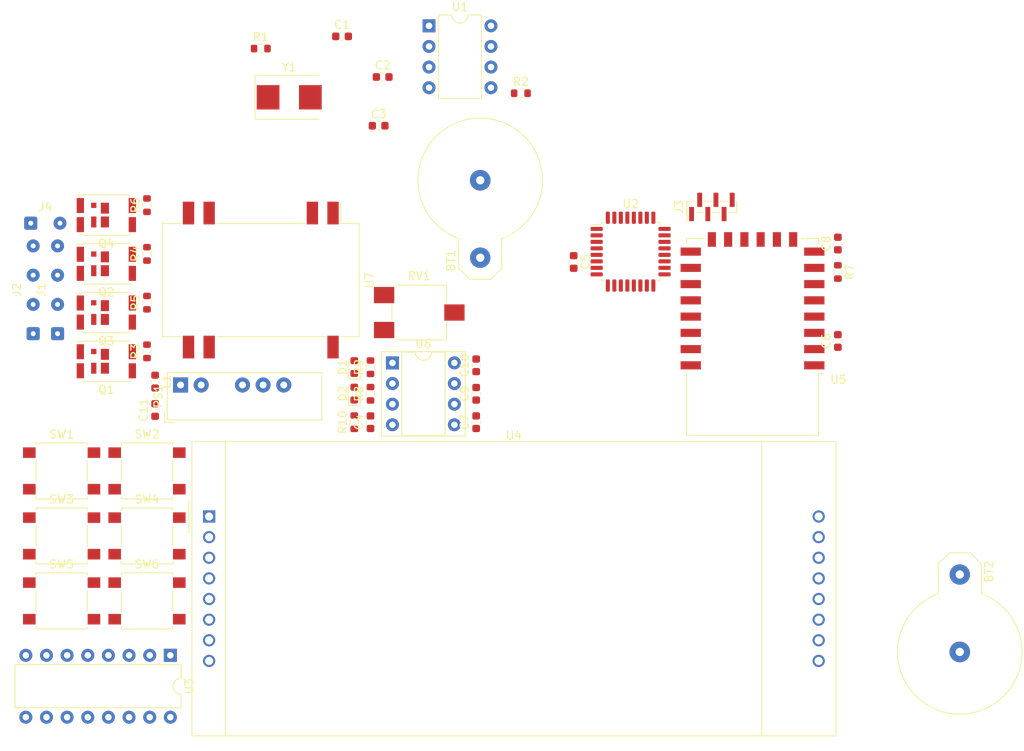
<source format=kicad_pcb>
(kicad_pcb (version 20211014) (generator pcbnew)
  (layers (0 "F.Cu" signal) (31 "B.Cu" signal) (34 "B.Paste" user) (35 "F.Paste" user) (36 "B.SilkS" user "B.Silkscreen") (37 "F.SilkS" user "F.Silkscreen") (38 "B.Mask" user) (39 "F.Mask" user) (44 "Edge.Cuts" user))
  (net 0 "")
  (net 1 "Net-(BT1-Pad1)")
  (net 2 "GND")
  (net 3 "Net-(BT2-Pad1)")
  (net 4 "Net-(BT2-Pad2)")
  (net 5 "Net-(C1-Pad1)")
  (net 6 "Net-(C2-Pad1)")
  (net 7 "+5V")
  (net 8 "+3.3V")
  (net 9 "/Sensors/Aout")
  (net 10 "/Sensors/GND")
  (net 11 "Net-(C10-Pad1)")
  (net 12 "/Power supply/5V Output")
  (net 13 "Net-(C11-Pad2)")
  (net 14 "Net-(D1-Pad1)")
  (net 15 "/Sensors/VCC")
  (net 16 "Net-(D2-Pad2)")
  (net 17 "/V1")
  (net 18 "/SWCLK")
  (net 19 "/SWDIO")
  (net 20 "/NRST")
  (net 22 "Net-(L1-Pad2)")
  (net 24 "/Power supply/3.3V Output")
  (net 25 "Net-(Q1-Pad2)")
  (net 26 "+24V")
  (net 27 "/V3")
  (net 28 "Net-(Q2-Pad2)")
  (net 29 "/V2")
  (net 30 "Net-(Q3-Pad2)")
  (net 31 "/V4")
  (net 32 "Net-(Q4-Pad2)")
  (net 33 "/I2C2_SCL")
  (net 34 "/Q1")
  (net 35 "/Q3")
  (net 36 "/Q2")
  (net 37 "/Q4")
  (net 38 "/I2C2_SDA")
  (net 39 "/Sensors/Dout")
  (net 40 "/SW6")
  (net 42 "/ADC_IN1")
  (net 46 "/USART2_TX")
  (net 47 "/USART2_RX")
  (net 48 "/ADC1_IN4")
  (net 49 "/I2C1_SCL")
  (net 54 "/GPIO_Input")
  (net 55 "/I2C1_SDA")
  (net 56 "/SW1")
  (net 58 "/SW2")
  (net 59 "/SW3")
  (net 60 "/SW4")
  (net 61 "/SW5")
  (net 66 "Net-(U3-Pad4)")
  (net 67 "Net-(U3-Pad5)")
  (net 68 "Net-(U3-Pad6)")
  (net 69 "Net-(U3-Pad7)")
  (net 70 "Net-(U3-Pad9)")
  (net 71 "Net-(U3-Pad10)")
  (net 72 "Net-(U3-Pad11)")
  (net 73 "Net-(U3-Pad12)")
  (footprint "Resistor_SMD:R_0603_1608Metric" (layer "F.Cu") (at 81 94.78 90)
    (fp_text reference "R3" (at 0 -1.43 90) (layer "F.SilkS"))
    (fp_text value "10k")
    (pad "1" smd roundrect (at -0.825 0 90) (size 0.8 0.95) (layers "F.Cu" "F.Paste" "F.Mask") (net 25 "Net-(Q1-Pad2)"))
    (pad "2" smd roundrect (at 0.825 0 90) (size 0.8 0.95) (layers "F.Cu" "F.Paste" "F.Mask") (net 34 "/Q1"))
  )
  (footprint "Package_DirectFET:DirectFET_MD" (layer "F.Cu") (at 76 84)
    (fp_text reference "Q2" (at 0 3.5) (layer "F.SilkS"))
    (fp_text value "Valve 3 power")
    (pad "1" smd rect (at -3.2 1.175) (size 0.9 1.85) (layers "F.Cu" "F.Paste" "F.Mask") (net 27 "/V3"))
    (pad "1" smd rect (at 3.2 -1.175) (size 0.9 1.85) (layers "F.Cu" "F.Paste" "F.Mask") (net 27 "/V3"))
    (pad "1" smd rect (at 3.2 1.175) (size 0.9 1.85) (layers "F.Cu" "F.Paste" "F.Mask") (net 27 "/V3"))
    (pad "1" smd rect (at -3.2 -1.175) (size 0.9 1.85) (layers "F.Cu" "F.Paste" "F.Mask") (net 27 "/V3"))
    (pad "2" smd rect (at -1.55 -1.2) (size 0.65 0.65) (layers "F.Cu" "F.Paste" "F.Mask") (net 28 "Net-(Q2-Pad2)"))
    (pad "3" smd rect (at -0.175 0.85) (size 1 1.35) (layers "F.Cu" "F.Paste" "F.Mask") (net 26 "+24V"))
    (pad "3" smd rect (at -1.55 0.85) (size 0.65 1.35) (layers "F.Cu" "F.Paste" "F.Mask") (net 26 "+24V"))
    (pad "3" smd rect (at -0.175 -0.85) (size 1 1.35) (layers "F.Cu" "F.Paste" "F.Mask") (net 26 "+24V"))
  )
  (footprint "Package_DIP:DIP-8_W7.62mm" (layer "F.Cu") (at 115.7 54.7)
    (fp_text reference "U1" (at 3.81 -2.33) (layer "F.SilkS"))
    (fp_text value "DS1307N+")
    (pad "1" thru_hole rect (at 0 0) (size 1.6 1.6) (drill 0.8) (layers *.Cu *.Mask) (net 5 "Net-(C1-Pad1)"))
    (pad "2" thru_hole oval (at 0 2.54) (size 1.6 1.6) (drill 0.8) (layers *.Cu *.Mask) (net 6 "Net-(C2-Pad1)"))
    (pad "3" thru_hole oval (at 0 5.08) (size 1.6 1.6) (drill 0.8) (layers *.Cu *.Mask) (net 1 "Net-(BT1-Pad1)"))
    (pad "4" thru_hole oval (at 0 7.62) (size 1.6 1.6) (drill 0.8) (layers *.Cu *.Mask) (net 2 "GND"))
    (pad "5" thru_hole oval (at 7.62 7.62) (size 1.6 1.6) (drill 0.8) (layers *.Cu *.Mask) (net 38 "/I2C2_SDA"))
    (pad "6" thru_hole oval (at 7.62 5.08) (size 1.6 1.6) (drill 0.8) (layers *.Cu *.Mask) (net 33 "/I2C2_SCL"))
    (pad "7" thru_hole oval (at 7.62 2.54) (size 1.6 1.6) (drill 0.8) (layers *.Cu *.Mask))
    (pad "8" thru_hole oval (at 7.62 0) (size 1.6 1.6) (drill 0.8) (layers *.Cu *.Mask) (net 7 "+5V"))
  )
  (footprint "Potentiometer_SMD:Potentiometer_ACP_CA6-VSMD_Vertical" (layer "F.Cu") (at 114.5 90)
    (fp_text reference "RV1" (at 0 -4.5) (layer "F.SilkS"))
    (fp_text value "10k")
    (pad "1" smd rect (at -4.325 2.15) (size 2.5 2) (layers "F.Cu" "F.Paste" "F.Mask") (net 15 "/Sensors/VCC"))
    (pad "2" smd rect (at 4.325 0) (size 2.5 2) (layers "F.Cu" "F.Paste" "F.Mask") (net 11 "Net-(C10-Pad1)"))
    (pad "3" smd rect (at -4.325 -2.15) (size 2.5 2) (layers "F.Cu" "F.Paste" "F.Mask") (net 10 "/Sensors/GND"))
  )
  (footprint "Battery:BatteryHolder_Keystone_500" (layer "F.Cu") (at 181 122.253395 -90)
    (fp_text reference "BT2" (at -0.35 -3.6 90) (layer "F.SilkS"))
    (fp_text value "3V")
    (pad "1" thru_hole circle (at 0 0 270) (size 2.5 2.5) (drill 1.02) (layers *.Cu *.Mask) (net 3 "Net-(BT2-Pad1)"))
    (pad "2" thru_hole circle (at 9.53 0 270) (size 2.54 2.54) (drill 1.02) (layers *.Cu *.Mask) (net 4 "Net-(BT2-Pad2)"))
  )
  (footprint "Capacitor_SMD:C_0603_1608Metric" (layer "F.Cu") (at 166 93.5 90)
    (fp_text reference "C6" (at 0 -1.43 90) (layer "F.SilkS"))
    (fp_text value "100nF")
    (pad "1" smd roundrect (at -0.775 0 90) (size 0.9 0.95) (layers "F.Cu" "F.Paste" "F.Mask") (net 8 "+3.3V"))
    (pad "2" smd roundrect (at 0.775 0 90) (size 0.9 0.95) (layers "F.Cu" "F.Paste" "F.Mask") (net 2 "GND"))
  )
  (footprint "Package_DIP:DIP-16_W7.62mm" (layer "F.Cu") (at 83.875 132.2 -90)
    (fp_text reference "U3" (at 3.81 -2.33 90) (layer "F.SilkS"))
    (fp_text value "PCF8574")
    (pad "1" thru_hole rect (at 0 0 270) (size 1.6 1.6) (drill 0.8) (layers *.Cu *.Mask))
    (pad "2" thru_hole oval (at 0 2.54 270) (size 1.6 1.6) (drill 0.8) (layers *.Cu *.Mask))
    (pad "3" thru_hole oval (at 0 5.08 270) (size 1.6 1.6) (drill 0.8) (layers *.Cu *.Mask))
    (pad "4" thru_hole oval (at 0 7.62 270) (size 1.6 1.6) (drill 0.8) (layers *.Cu *.Mask) (net 66 "Net-(U3-Pad4)"))
    (pad "5" thru_hole oval (at 0 10.16 270) (size 1.6 1.6) (drill 0.8) (layers *.Cu *.Mask) (net 67 "Net-(U3-Pad5)"))
    (pad "6" thru_hole oval (at 0 12.7 270) (size 1.6 1.6) (drill 0.8) (layers *.Cu *.Mask) (net 68 "Net-(U3-Pad6)"))
    (pad "7" thru_hole oval (at 0 15.24 270) (size 1.6 1.6) (drill 0.8) (layers *.Cu *.Mask) (net 69 "Net-(U3-Pad7)"))
    (pad "8" thru_hole oval (at 0 17.78 270) (size 1.6 1.6) (drill 0.8) (layers *.Cu *.Mask) (net 2 "GND"))
    (pad "9" thru_hole oval (at 7.62 17.78 270) (size 1.6 1.6) (drill 0.8) (layers *.Cu *.Mask) (net 70 "Net-(U3-Pad9)"))
    (pad "10" thru_hole oval (at 7.62 15.24 270) (size 1.6 1.6) (drill 0.8) (layers *.Cu *.Mask) (net 71 "Net-(U3-Pad10)"))
    (pad "11" thru_hole oval (at 7.62 12.7 270) (size 1.6 1.6) (drill 0.8) (layers *.Cu *.Mask) (net 72 "Net-(U3-Pad11)"))
    (pad "12" thru_hole oval (at 7.62 10.16 270) (size 1.6 1.6) (drill 0.8) (layers *.Cu *.Mask) (net 73 "Net-(U3-Pad12)"))
    (pad "13" thru_hole oval (at 7.62 7.62 270) (size 1.6 1.6) (drill 0.8) (layers *.Cu *.Mask))
    (pad "14" thru_hole oval (at 7.62 5.08 270) (size 1.6 1.6) (drill 0.8) (layers *.Cu *.Mask) (net 49 "/I2C1_SCL"))
    (pad "15" thru_hole oval (at 7.62 2.54 270) (size 1.6 1.6) (drill 0.8) (layers *.Cu *.Mask) (net 55 "/I2C1_SDA"))
    (pad "16" thru_hole oval (at 7.62 0 270) (size 1.6 1.6) (drill 0.8) (layers *.Cu *.Mask) (net 8 "+3.3V"))
  )
  (footprint "Resistor_SMD:R_0603_1608Metric" (layer "F.Cu") (at 95 57.5)
    (fp_text reference "R1" (at 0 -1.43) (layer "F.SilkS"))
    (fp_text value "3k")
    (pad "1" smd roundrect (at -0.825 0) (size 0.8 0.95) (layers "F.Cu" "F.Paste" "F.Mask") (net 7 "+5V"))
    (pad "2" smd roundrect (at 0.825 0) (size 0.8 0.95) (layers "F.Cu" "F.Paste" "F.Mask") (net 33 "/I2C2_SCL"))
  )
  (footprint "Resistor_SMD:R_0603_1608Metric" (layer "F.Cu") (at 106.5 103.5 90)
    (fp_text reference "R10" (at 0 -1.43 90) (layer "F.SilkS"))
    (fp_text value "1k")
    (pad "1" smd roundrect (at -0.825 0 90) (size 0.8 0.95) (layers "F.Cu" "F.Paste" "F.Mask") (net 15 "/Sensors/VCC"))
    (pad "2" smd roundrect (at 0.825 0 90) (size 0.8 0.95) (layers "F.Cu" "F.Paste" "F.Mask") (net 16 "Net-(D2-Pad2)"))
  )
  (footprint "Capacitor_SMD:C_0603_1608Metric" (layer "F.Cu") (at 121.5 100 90)
    (fp_text reference "C9" (at 0 -1.43 90) (layer "F.SilkS"))
    (fp_text value "104")
    (pad "1" smd roundrect (at -0.775 0 90) (size 0.9 0.95) (layers "F.Cu" "F.Paste" "F.Mask") (net 9 "/Sensors/Aout"))
    (pad "2" smd roundrect (at 0.775 0 90) (size 0.9 0.95) (layers "F.Cu" "F.Paste" "F.Mask") (net 10 "/Sensors/GND"))
  )
  (footprint "LED_SMD:LED_0603_1608Metric" (layer "F.Cu") (at 106.5 99.98 90)
    (fp_text reference "D2" (at 0 -1.43 90) (layer "F.SilkS"))
    (fp_text value "Power LED")
    (pad "1" smd roundrect (at -0.7875 0 90) (size 0.875 0.95) (layers "F.Cu" "F.Paste" "F.Mask") (net 10 "/Sensors/GND"))
    (pad "2" smd roundrect (at 0.7875 0 90) (size 0.875 0.95) (layers "F.Cu" "F.Paste" "F.Mask") (net 16 "Net-(D2-Pad2)"))
  )
  (footprint "Connector_PinHeader_1.00mm:PinHeader_1x06_P1.00mm_Vertical_SMD_Pin1Left" (layer "F.Cu") (at 150.5 77 90)
    (fp_text reference "J3" (at 0 -4.06 90) (layer "F.SilkS"))
    (fp_text value "Conn_01x06")
    (pad "1" smd rect (at -0.875 -2.5 90) (size 1.75 0.6) (layers "F.Cu" "F.Paste" "F.Mask") (net 8 "+3.3V"))
    (pad "2" smd rect (at 0.875 -1.5 90) (size 1.75 0.6) (layers "F.Cu" "F.Paste" "F.Mask") (net 18 "/SWCLK"))
    (pad "3" smd rect (at -0.875 -0.5 90) (size 1.75 0.6) (layers "F.Cu" "F.Paste" "F.Mask") (net 2 "GND"))
    (pad "4" smd rect (at 0.875 0.5 90) (size 1.75 0.6) (layers "F.Cu" "F.Paste" "F.Mask") (net 19 "/SWDIO"))
    (pad "5" smd rect (at -0.875 1.5 90) (size 1.75 0.6) (layers "F.Cu" "F.Paste" "F.Mask") (net 20 "/NRST"))
    (pad "6" smd rect (at 0.875 2.5 90) (size 1.75 0.6) (layers "F.Cu" "F.Paste" "F.Mask"))
  )
  (footprint "Resistor_SMD:R_0603_1608Metric" (layer "F.Cu") (at 108.5 100 90)
    (fp_text reference "R8" (at 0 -1.43 90) (layer "F.SilkS"))
    (fp_text value "10k")
    (pad "1" smd roundrect (at -0.825 0 90) (size 0.8 0.95) (layers "F.Cu" "F.Paste" "F.Mask") (net 15 "/Sensors/VCC"))
    (pad "2" smd roundrect (at 0.825 0 90) (size 0.8 0.95) (layers "F.Cu" "F.Paste" "F.Mask") (net 9 "/Sensors/Aout"))
  )
  (footprint "Capacitor_SMD:C_0603_1608Metric" (layer "F.Cu") (at 121.5 96.5 90)
    (fp_text reference "C10" (at 0 -1.43 90) (layer "F.SilkS"))
    (fp_text value "104")
    (pad "1" smd roundrect (at -0.775 0 90) (size 0.9 0.95) (layers "F.Cu" "F.Paste" "F.Mask") (net 11 "Net-(C10-Pad1)"))
    (pad "2" smd roundrect (at 0.775 0 90) (size 0.9 0.95) (layers "F.Cu" "F.Paste" "F.Mask") (net 10 "/Sensors/GND"))
  )
  (footprint "Capacitor_SMD:C_0603_1608Metric" (layer "F.Cu") (at 109.5 67)
    (fp_text reference "C3" (at 0 -1.43) (layer "F.SilkS"))
    (fp_text value "100nF")
    (pad "1" smd roundrect (at -0.775 0) (size 0.9 0.95) (layers "F.Cu" "F.Paste" "F.Mask") (net 7 "+5V"))
    (pad "2" smd roundrect (at 0.775 0) (size 0.9 0.95) (layers "F.Cu" "F.Paste" "F.Mask") (net 2 "GND"))
  )
  (footprint "Resistor_SMD:R_0603_1608Metric" (layer "F.Cu") (at 166 85 -90)
    (fp_text reference "R7" (at 0 -1.43 90) (layer "F.SilkS"))
    (fp_text value "100k")
    (pad "1" smd roundrect (at -0.825 0 270) (size 0.8 0.95) (layers "F.Cu" "F.Paste" "F.Mask") (net 8 "+3.3V"))
    (pad "2" smd roundrect (at 0.825 0 270) (size 0.8 0.95) (layers "F.Cu" "F.Paste" "F.Mask") (net 8 "+3.3V"))
  )
  (footprint "Resistor_SMD:R_0603_1608Metric" (layer "F.Cu") (at 108.5 96.7325 90)
    (fp_text reference "R9" (at 0 -1.43 90) (layer "F.SilkS"))
    (fp_text value "1k")
    (pad "1" smd roundrect (at -0.825 0 90) (size 0.8 0.95) (layers "F.Cu" "F.Paste" "F.Mask") (net 14 "Net-(D1-Pad1)"))
    (pad "2" smd roundrect (at 0.825 0 90) (size 0.8 0.95) (layers "F.Cu" "F.Paste" "F.Mask") (net 39 "/Sensors/Dout"))
  )
  (footprint "Inductor_SMD:L_0603_1608Metric" (layer "F.Cu") (at 82 98.5 -90)
    (fp_text reference "L1" (at 0 -1.43 90) (layer "F.SilkS"))
    (fp_text value "18uH")
    (pad "1" smd roundrect (at -0.7875 0 270) (size 0.875 0.95) (layers "F.Cu" "F.Paste" "F.Mask") (net 12 "/Power supply/5V Output"))
    (pad "2" smd roundrect (at 0.7875 0 270) (size 0.875 0.95) (layers "F.Cu" "F.Paste" "F.Mask") (net 22 "Net-(L1-Pad2)"))
  )
  (footprint "Package_QFP:LQFP-32_7x7mm_P0.8mm" (layer "F.Cu") (at 140.5 82.5)
    (fp_text reference "U2" (at 0 -5.88) (layer "F.SilkS"))
    (fp_text value "STM32G071KxT")
    (pad "1" smd roundrect (at -4.175 -2.8) (size 1.5 0.5) (layers "F.Cu" "F.Paste" "F.Mask") (net 40 "/SW6"))
    (pad "2" smd roundrect (at -4.175 -2) (size 1.5 0.5) (layers "F.Cu" "F.Paste" "F.Mask"))
    (pad "3" smd roundrect (at -4.175 -1.2) (size 1.5 0.5) (layers "F.Cu" "F.Paste" "F.Mask"))
    (pad "4" smd roundrect (at -4.175 -0.4) (size 1.5 0.5) (layers "F.Cu" "F.Paste" "F.Mask") (net 8 "+3.3V"))
    (pad "5" smd roundrect (at -4.175 0.4) (size 1.5 0.5) (layers "F.Cu" "F.Paste" "F.Mask") (net 2 "GND"))
    (pad "6" smd roundrect (at -4.175 1.2) (size 1.5 0.5) (layers "F.Cu" "F.Paste" "F.Mask") (net 20 "/NRST"))
    (pad "7" smd roundrect (at -4.175 2) (size 1.5 0.5) (layers "F.Cu" "F.Paste" "F.Mask"))
    (pad "8" smd roundrect (at -4.175 2.8) (size 1.5 0.5) (layers "F.Cu" "F.Paste" "F.Mask") (net 42 "/ADC_IN1"))
    (pad "9" smd roundrect (at -2.8 4.175) (size 0.5 1.5) (layers "F.Cu" "F.Paste" "F.Mask") (net 46 "/USART2_TX"))
    (pad "10" smd roundrect (at -2 4.175) (size 0.5 1.5) (layers "F.Cu" "F.Paste" "F.Mask") (net 47 "/USART2_RX"))
    (pad "11" smd roundrect (at -1.2 4.175) (size 0.5 1.5) (layers "F.Cu" "F.Paste" "F.Mask") (net 48 "/ADC1_IN4"))
    (pad "12" smd roundrect (at -0.4 4.175) (size 0.5 1.5) (layers "F.Cu" "F.Paste" "F.Mask"))
    (pad "13" smd roundrect (at 0.4 4.175) (size 0.5 1.5) (layers "F.Cu" "F.Paste" "F.Mask"))
    (pad "14" smd roundrect (at 1.2 4.175) (size 0.5 1.5) (layers "F.Cu" "F.Paste" "F.Mask"))
    (pad "15" smd roundrect (at 2 4.175) (size 0.5 1.5) (layers "F.Cu" "F.Paste" "F.Mask") (net 34 "/Q1"))
    (pad "16" smd roundrect (at 2.8 4.175) (size 0.5 1.5) (layers "F.Cu" "F.Paste" "F.Mask") (net 36 "/Q2"))
    (pad "17" smd roundrect (at 4.175 2.8) (size 1.5 0.5) (layers "F.Cu" "F.Paste" "F.Mask") (net 35 "/Q3"))
    (pad "18" smd roundrect (at 4.175 2) (size 1.5 0.5) (layers "F.Cu" "F.Paste" "F.Mask"))
    (pad "19" smd roundrect (at 4.175 1.2) (size 1.5 0.5) (layers "F.Cu" "F.Paste" "F.Mask") (net 49 "/I2C1_SCL"))
    (pad "20" smd roundrect (at 4.175 0.4) (size 1.5 0.5) (layers "F.Cu" "F.Paste" "F.Mask") (net 54 "/GPIO_Input"))
    (pad "21" smd roundrect (at 4.175 -0.4) (size 1.5 0.5) (layers "F.Cu" "F.Paste" "F.Mask") (net 55 "/I2C1_SDA"))
    (pad "22" smd roundrect (at 4.175 -1.2) (size 1.5 0.5) (layers "F.Cu" "F.Paste" "F.Mask") (net 33 "/I2C2_SCL"))
    (pad "23" smd roundrect (at 4.175 -2) (size 1.5 0.5) (layers "F.Cu" "F.Paste" "F.Mask") (net 38 "/I2C2_SDA"))
    (pad "24" smd roundrect (at 4.175 -2.8) (size 1.5 0.5) (layers "F.Cu" "F.Paste" "F.Mask") (net 19 "/SWDIO"))
    (pad "25" smd roundrect (at 2.8 -4.175) (size 0.5 1.5) (layers "F.Cu" "F.Paste" "F.Mask") (net 18 "/SWCLK"))
    (pad "26" smd roundrect (at 2 -4.175) (size 0.5 1.5) (layers "F.Cu" "F.Paste" "F.Mask"))
    (pad "27" smd roundrect (at 1.2 -4.175) (size 0.5 1.5) (layers "F.Cu" "F.Paste" "F.Mask") (net 37 "/Q4"))
    (pad "28" smd roundrect (at 0.4 -4.175) (size 0.5 1.5) (layers "F.Cu" "F.Paste" "F.Mask") (net 56 "/SW1"))
    (pad "29" smd roundrect (at -0.4 -4.175) (size 0.5 1.5) (layers "F.Cu" "F.Paste" "F.Mask") (net 58 "/SW2"))
    (pad "30" smd roundrect (at -1.2 -4.175) (size 0.5 1.5) (layers "F.Cu" "F.Paste" "F.Mask") (net 59 "/SW3"))
    (pad "31" smd roundrect (at -2 -4.175) (size 0.5 1.5) (layers "F.Cu" "F.Paste" "F.Mask") (net 60 "/SW4"))
    (pad "32" smd roundrect (at -2.8 -4.175) (size 0.5 1.5) (layers "F.Cu" "F.Paste" "F.Mask") (net 61 "/SW5"))
  )
  (footprint "Button_Switch_SMD:SW_SPST_B3S-1000" (layer "F.Cu") (at 70.5 125.5)
    (fp_text reference "SW5" (at 0 -4.5) (layer "F.SilkS"))
    (fp_text value "SW_MEC_5E")
    (pad "1" smd rect (at -3.975 -2.25) (size 1.55 1.3) (layers "F.Cu" "F.Paste" "F.Mask") (net 61 "/SW5"))
    (pad "2" smd rect (at -3.975 2.25) (size 1.55 1.3) (layers "F.Cu" "F.Paste" "F.Mask"))
    (pad "3" smd rect (at 3.975 -2.25) (size 1.55 1.3) (layers "F.Cu" "F.Paste" "F.Mask") (net 2 "GND"))
    (pad "4" smd rect (at 3.975 2.25) (size 1.55 1.3) (layers "F.Cu" "F.Paste" "F.Mask"))
  )
  (footprint "Button_Switch_SMD:SW_SPST_B3S-1000" (layer "F.Cu") (at 81 125.5)
    (fp_text reference "SW6" (at 0 -4.5) (layer "F.SilkS"))
    (fp_text value "SW_MEC_5E")
    (pad "1" smd rect (at -3.975 -2.25) (size 1.55 1.3) (layers "F.Cu" "F.Paste" "F.Mask") (net 40 "/SW6"))
    (pad "2" smd rect (at -3.975 2.25) (size 1.55 1.3) (layers "F.Cu" "F.Paste" "F.Mask"))
    (pad "3" smd rect (at 3.975 -2.25) (size 1.55 1.3) (layers "F.Cu" "F.Paste" "F.Mask") (net 2 "GND"))
    (pad "4" smd rect (at 3.975 2.25) (size 1.55 1.3) (layers "F.Cu" "F.Paste" "F.Mask"))
  )
  (footprint "Capacitor_SMD:C_0603_1608Metric" (layer "F.Cu") (at 82 102 90)
    (fp_text reference "C11" (at 0 -1.43 90) (layer "F.SilkS"))
    (fp_text value "2.2uF")
    (pad "1" smd roundrect (at -0.775 0 90) (size 0.9 0.95) (layers "F.Cu" "F.Paste" "F.Mask") (net 12 "/Power supply/5V Output"))
    (pad "2" smd roundrect (at 0.775 0 90) (size 0.9 0.95) (layers "F.Cu" "F.Paste" "F.Mask") (net 13 "Net-(C11-Pad2)"))
  )
  (footprint "Connector_Wire:SolderWire-0.1sqmm_1x04_P3.6mm_D0.4mm_OD1mm" (layer "F.Cu") (at 67 92.6 90)
    (fp_text reference "J2" (at 5.4 -2 90) (layer "F.SilkS"))
    (fp_text value "Valve output ground")
    (pad "1" thru_hole roundrect (at 0 0 90) (size 1.6 1.6) (drill 0.6) (layers *.Cu *.Mask) (roundrect_rratio 0.15625) (net 2 "GND"))
    (pad "2" thru_hole circle (at 3.6 0 90) (size 1.6 1.6) (drill 0.6) (layers *.Cu *.Mask) (net 2 "GND"))
    (pad "3" thru_hole circle (at 7.2 0 90) (size 1.6 1.6) (drill 0.6) (layers *.Cu *.Mask) (net 2 "GND"))
    (pad "4" thru_hole circle (at 10.8 0 90) (size 1.6 1.6) (drill 0.6) (layers *.Cu *.Mask) (net 2 "GND"))
  )
  (footprint "RF_Module:ESP-12E" (layer "F.Cu") (at 155.5 93 180)
    (fp_text reference "U5" (at -10.56 -5.26) (layer "F.SilkS"))
    (fp_text value "ESP-12E")
    (pad "1" smd rect (at -7.6 -3.5 180) (size 2.5 1) (layers "F.Cu" "F.Paste" "F.Mask") (net 8 "+3.3V"))
    (pad "2" smd rect (at -7.6 -1.5 180) (size 2.5 1) (layers "F.Cu" "F.Paste" "F.Mask") (net 48 "/ADC1_IN4"))
    (pad "3" smd rect (at -7.6 0.5 180) (size 2.5 1) (layers "F.Cu" "F.Paste" "F.Mask"))
    (pad "4" smd rect (at -7.6 2.5 180) (size 2.5 1) (layers "F.Cu" "F.Paste" "F.Mask"))
    (pad "5" smd rect (at -7.6 4.5 180) (size 2.5 1) (layers "F.Cu" "F.Paste" "F.Mask"))
    (pad "6" smd rect (at -7.6 6.5 180) (size 2.5 1) (layers "F.Cu" "F.Paste" "F.Mask"))
    (pad "7" smd rect (at -7.6 8.5 180) (size 2.5 1) (layers "F.Cu" "F.Paste" "F.Mask"))
    (pad "8" smd rect (at -7.6 10.5 180) (size 2.5 1) (layers "F.Cu" "F.Paste" "F.Mask") (net 8 "+3.3V"))
    (pad "9" smd rect (at -5 12 180) (size 1 1.8) (layers "F.Cu" "F.Paste" "F.Mask"))
    (pad "10" smd rect (at -3 12 180) (size 1 1.8) (layers "F.Cu" "F.Paste" "F.Mask"))
    (pad "11" smd rect (at -1 12 180) (size 1 1.8) (layers "F.Cu" "F.Paste" "F.Mask"))
    (pad "12" smd rect (at 1 12 180) (size 1 1.8) (layers "F.Cu" "F.Paste" "F.Mask"))
    (pad "13" smd rect (at 3 12 180) (size 1 1.8) (layers "F.Cu" "F.Paste" "F.Mask"))
    (pad "14" smd rect (at 5 12 180) (size 1 1.8) (layers "F.Cu" "F.Paste" "F.Mask"))
    (pad "15" smd rect (at 7.6 10.5 180) (size 2.5 1) (layers "F.Cu" "F.Paste" "F.Mask") (net 2 "GND"))
    (pad "16" smd rect (at 7.6 8.5 180) (size 2.5 1) (layers "F.Cu" "F.Paste" "F.Mask"))
    (pad "17" smd rect (at 7.6 6.5 180) (size 2.5 1) (layers "F.Cu" "F.Paste" "F.Mask"))
    (pad "18" smd rect (at 7.6 4.5 180) (size 2.5 1) (layers "F.Cu" "F.Paste" "F.Mask"))
    (pad "19" smd rect (at 7.6 2.5 180) (size 2.5 1) (layers "F.Cu" "F.Paste" "F.Mask"))
    (pad "20" smd rect (at 7.6 0.5 180) (size 2.5 1) (layers "F.Cu" "F.Paste" "F.Mask"))
    (pad "21" smd rect (at 7.6 -1.5 180) (size 2.5 1) (layers "F.Cu" "F.Paste" "F.Mask") (net 47 "/USART2_RX"))
    (pad "22" smd rect (at 7.6 -3.5 180) (size 2.5 1) (layers "F.Cu" "F.Paste" "F.Mask") (net 46 "/USART2_TX"))
  )
  (footprint "Battery:BatteryHolder_Keystone_500" (layer "F.Cu") (at 122 83.246605 90)
    (fp_text reference "BT1" (at -0.35 -3.6 90) (layer "F.SilkS"))
    (fp_text value "3V")
    (pad "1" thru_hole circle (at 0 0 90) (size 2.5 2.5) (drill 1.02) (layers *.Cu *.Mask) (net 1 "Net-(BT1-Pad1)"))
    (pad "2" thru_hole circle (at 9.53 0 90) (size 2.54 2.54) (drill 1.02) (layers *.Cu *.Mask) (net 2 "GND"))
  )
  (footprint "Converter_DCDC:Converter_DCDC_XP_POWER-IAxxxxS_THT" (layer "F.Cu") (at 85.13 98.92 90)
    (fp_text reference "PS1" (at -1.39 -2.73 90) (layer "F.SilkS"))
    (fp_text value "IA0503S")
    (pad "1" thru_hole rect (at 0 0 90) (size 1.85 1.85) (drill 0.85) (layers *.Cu *.Mask) (net 22 "Net-(L1-Pad2)"))
    (pad "2" thru_hole circle (at 0 2.54 90) (size 1.85 1.85) (drill 0.85) (layers *.Cu *.Mask) (net 13 "Net-(C11-Pad2)"))
    (pad "4" thru_hole circle (at 0 7.62 90) (size 1.85 1.85) (drill 0.85) (layers *.Cu *.Mask) (net 2 "GND"))
    (pad "5" thru_hole circle (at 0 10.16 90) (size 1.85 1.85) (drill 0.85) (layers *.Cu *.Mask))
    (pad "6" thru_hole circle (at 0 12.7 90) (size 1.85 1.85) (drill 0.85) (layers *.Cu *.Mask) (net 24 "/Power supply/3.3V Output"))
  )
  (footprint "Package_DirectFET:DirectFET_MD" (layer "F.Cu") (at 76 96)
    (fp_text reference "Q1" (at 0 3.5) (layer "F.SilkS"))
    (fp_text value "Valve 1 power")
    (pad "1" smd rect (at -3.2 -1.175) (size 0.9 1.85) (layers "F.Cu" "F.Paste" "F.Mask") (net 17 "/V1"))
    (pad "1" smd rect (at -3.2 1.175) (size 0.9 1.85) (layers "F.Cu" "F.Paste" "F.Mask") (net 17 "/V1"))
    (pad "1" smd rect (at 3.2 1.175) (size 0.9 1.85) (layers "F.Cu" "F.Paste" "F.Mask") (net 17 "/V1"))
    (pad "1" smd rect (at 3.2 -1.175) (size 0.9 1.85) (layers "F.Cu" "F.Paste" "F.Mask") (net 17 "/V1"))
    (pad "2" smd rect (at -1.55 -1.2) (size 0.65 0.65) (layers "F.Cu" "F.Paste" "F.Mask") (net 25 "Net-(Q1-Pad2)"))
    (pad "3" smd rect (at -0.175 0.85) (size 1 1.35) (layers "F.Cu" "F.Paste" "F.Mask") (net 26 "+24V"))
    (pad "3" smd rect (at -0.175 -0.85) (size 1 1.35) (layers "F.Cu" "F.Paste" "F.Mask") (net 26 "+24V"))
    (pad "3" smd rect (at -1.55 0.85) (size 0.65 1.35) (layers "F.Cu" "F.Paste" "F.Mask") (net 26 "+24V"))
  )
  (footprint "Capacitor_SMD:C_0603_1608Metric" (layer "F.Cu") (at 105 56)
    (fp_text reference "C1" (at 0 -1.43) (layer "F.SilkS"))
    (fp_text value "12.5pF")
    (pad "1" smd roundrect (at -0.775 0) (size 0.9 0.95) (layers "F.Cu" "F.Paste" "F.Mask") (net 5 "Net-(C1-Pad1)"))
    (pad "2" smd roundrect (at 0.775 0) (size 0.9 0.95) (layers "F.Cu" "F.Paste" "F.Mask") (net 2 "GND"))
  )
  (footprint "Button_Switch_SMD:SW_SPST_B3S-1000" (layer "F.Cu") (at 70.5 109.5)
    (fp_text reference "SW1" (at 0 -4.5) (layer "F.SilkS"))
    (fp_text value "SW_MEC_5E")
    (pad "1" smd rect (at -3.975 -2.25) (size 1.55 1.3) (layers "F.Cu" "F.Paste" "F.Mask") (net 56 "/SW1"))
    (pad "2" smd rect (at -3.975 2.25) (size 1.55 1.3) (layers "F.Cu" "F.Paste" "F.Mask"))
    (pad "3" smd rect (at 3.975 -2.25) (size 1.55 1.3) (layers "F.Cu" "F.Paste" "F.Mask") (net 2 "GND"))
    (pad "4" smd rect (at 3.975 2.25) (size 1.55 1.3) (layers "F.Cu" "F.Paste" "F.Mask"))
  )
  (footprint "Capacitor_SMD:C_0603_1608Metric" (layer "F.Cu") (at 133.5 83.775 -90)
    (fp_text reference "C5" (at 0 -1.43 90) (layer "F.SilkS"))
    (fp_text value "100nF")
    (pad "1" smd roundrect (at -0.775 0 270) (size 0.9 0.95) (layers "F.Cu" "F.Paste" "F.Mask") (net 8 "+3.3V"))
    (pad "2" smd roundrect (at 0.775 0 270) (size 0.9 0.95) (layers "F.Cu" "F.Paste" "F.Mask") (net 2 "GND"))
  )
  (footprint "Resistor_SMD:R_0603_1608Metric" (layer "F.Cu") (at 81 76.78 90)
    (fp_text reference "R6" (at 0 -1.43 90) (layer "F.SilkS"))
    (fp_text value "10k")
    (pad "1" smd roundrect (at -0.825 0 90) (size 0.8 0.95) (layers "F.Cu" "F.Paste" "F.Mask") (net 32 "Net-(Q4-Pad2)"))
    (pad "2" smd roundrect (at 0.825 0 90) (size 0.8 0.95) (layers "F.Cu" "F.Paste" "F.Mask") (net 37 "/Q4"))
  )
  (footprint "Capacitor_SMD:C_0603_1608Metric" (layer "F.Cu") (at 121.5 103.5 90)
    (fp_text reference "C7" (at 0 -1.43 90) (layer "F.SilkS"))
    (fp_text value "100nF")
    (pad "1" smd roundrect (at -0.775 0 90) (size 0.9 0.95) (layers "F.Cu" "F.Paste" "F.Mask") (net 8 "+3.3V"))
    (pad "2" smd roundrect (at 0.775 0 90) (size 0.9 0.95) (layers "F.Cu" "F.Paste" "F.Mask") (net 2 "GND"))
  )
  (footprint "Connector_Wire:SolderWire-0.1sqmm_1x02_P3.6mm_D0.4mm_OD1mm" (layer "F.Cu") (at 66.7 79)
    (fp_text reference "J4" (at 1.8 -2) (layer "F.SilkS"))
    (fp_text value "Conn_01x02")
    (pad "1" thru_hole roundrect (at 0 0) (size 1.6 1.6) (drill 0.6) (layers *.Cu *.Mask) (roundrect_rratio 0.15625) (net 10 "/Sensors/GND"))
    (pad "2" thru_hole circle (at 3.6 0) (size 1.6 1.6) (drill 0.6) (layers *.Cu *.Mask) (net 9 "/Sensors/Aout"))
  )
  (footprint "Button_Switch_SMD:SW_SPST_B3S-1000" (layer "F.Cu") (at 81 109.5)
    (fp_text reference "SW2" (at 0 -4.5) (layer "F.SilkS"))
    (fp_text value "SW_MEC_5E")
    (pad "1" smd rect (at -3.975 -2.25) (size 1.55 1.3) (layers "F.Cu" "F.Paste" "F.Mask") (net 58 "/SW2"))
    (pad "2" smd rect (at -3.975 2.25) (size 1.55 1.3) (layers "F.Cu" "F.Paste" "F.Mask"))
    (pad "3" smd rect (at 3.975 -2.25) (size 1.55 1.3) (layers "F.Cu" "F.Paste" "F.Mask") (net 2 "GND"))
    (pad "4" smd rect (at 3.975 2.25) (size 1.55 1.3) (layers "F.Cu" "F.Paste" "F.Mask"))
  )
  (footprint "Converter_DCDC:Converter_DCDC_Artesyn_ATA_SMD" (layer "F.Cu") (at 95 86 -90)
    (fp_text reference "U7" (at 0 -13.35 90) (layer "F.SilkS"))
    (fp_text value "ATA00A18S-L")
    (pad "1" smd rect (at -8.25 -8.89 270) (size 2.8 1.4) (layers "F.Cu" "F.Paste" "F.Mask") (net 2 "GND"))
    (pad "2" smd rect (at -8.25 -6.35 270) (size 2.8 1.4) (layers "F.Cu" "F.Paste" "F.Mask"))
    (pad "7" smd rect (at -8.25 6.35 270) (size 2.8 1.4) (layers "F.Cu" "F.Paste" "F.Mask"))
    (pad "8" smd rect (at -8.25 8.89 270) (size 2.8 1.4) (layers "F.Cu" "F.Paste" "F.Mask"))
    (pad "9" smd rect (at 8.25 8.89 270) (size 2.8 1.4) (layers "F.Cu" "F.Paste" "F.Mask") (net 12 "/Power supply/5V Output"))
    (pad "10" smd rect (at 8.25 6.35 270) (size 2.8 1.4) (layers "F.Cu" "F.Paste" "F.Mask") (net 13 "Net-(C11-Pad2)"))
    (pad "16" smd rect (at 8.25 -8.89 270) (size 2.8 1.4) (layers "F.Cu" "F.Paste" "F.Mask") (net 26 "+24V"))
  )
  (footprint "Package_DirectFET:DirectFET_MD" (layer "F.Cu") (at 76 78)
    (fp_text reference "Q4" (at 0 3.5) (layer "F.SilkS"))
    (fp_text value "Valve 4 power")
    (pad "1" smd rect (at 3.2 -1.175) (size 0.9 1.85) (layers "F.Cu" "F.Paste" "F.Mask") (net 31 "/V4"))
    (pad "1" smd rect (at -3.2 -1.175) (size 0.9 1.85) (layers "F.Cu" "F.Paste" "F.Mask") (net 31 "/V4"))
    (pad "1" smd rect (at 3.2 1.175) (size 0.9 1.85) (layers "F.Cu" "F.Paste" "F.Mask") (net 31 "/V4"))
    (pad "1" smd rect (at -3.2 1.175) (size 0.9 1.85) (layers "F.Cu" "F.Paste" "F.Mask") (net 31 "/V4"))
    (pad "2" smd rect (at -1.55 -1.2) (size 0.65 0.65) (layers "F.Cu" "F.Paste" "F.Mask") (net 32 "Net-(Q4-Pad2)"))
    (pad "3" smd rect (at -0.175 0.85) (size 1 1.35) (layers "F.Cu" "F.Paste" "F.Mask") (net 26 "+24V"))
    (pad "3" smd rect (at -1.55 0.85) (size 0.65 1.35) (layers "F.Cu" "F.Paste" "F.Mask") (net 26 "+24V"))
    (pad "3" smd rect (at -0.175 -0.85) (size 1 1.35) (layers "F.Cu" "F.Paste" "F.Mask") (net 26 "+24V"))
  )
  (footprint "Resistor_SMD:R_0603_1608Metric" (layer "F.Cu") (at 127 63)
    (fp_text reference "R2" (at 0 -1.43) (layer "F.SilkS"))
    (fp_text value "3k")
    (pad "1" smd roundrect (at -0.825 0) (size 0.8 0.95) (layers "F.Cu" "F.Paste" "F.Mask") (net 7 "+5V"))
    (pad "2" smd roundrect (at 0.825 0) (size 0.8 0.95) (layers "F.Cu" "F.Paste" "F.Mask") (net 33 "/I2C2_SCL"))
  )
  (footprint "Package_DirectFET:DirectFET_MD" (layer "F.Cu") (at 76 90)
    (fp_text reference "Q3" (at 0 3.5) (layer "F.SilkS"))
    (fp_text value "Valve 2 power")
    (pad "1" smd rect (at 3.2 1.175) (size 0.9 1.85) (layers "F.Cu" "F.Paste" "F.Mask") (net 29 "/V2"))
    (pad "1" smd rect (at -3.2 1.175) (size 0.9 1.85) (layers "F.Cu" "F.Paste" "F.Mask") (net 29 "/V2"))
    (pad "1" smd rect (at -3.2 -1.175) (size 0.9 1.85) (layers "F.Cu" "F.Paste" "F.Mask") (net 29 "/V2"))
    (pad "1" smd rect (at 3.2 -1.175) (size 0.9 1.85) (layers "F.Cu" "F.Paste" "F.Mask") (net 29 "/V2"))
    (pad "2" smd rect (at -1.55 -1.2) (size 0.65 0.65) (layers "F.Cu" "F.Paste" "F.Mask") (net 30 "Net-(Q3-Pad2)"))
    (pad "3" smd rect (at -0.175 -0.85) (size 1 1.35) (layers "F.Cu" "F.Paste" "F.Mask") (net 26 "+24V"))
    (pad "3" smd rect (at -1.55 0.85) (size 0.65 1.35) (layers "F.Cu" "F.Paste" "F.Mask") (net 26 "+24V"))
    (pad "3" smd rect (at -0.175 0.85) (size 1 1.35) (layers "F.Cu" "F.Paste" "F.Mask") (net 26 "+24V"))
  )
  (footprint "Connector_Wire:SolderWire-0.1sqmm_1x04_P3.6mm_D0.4mm_OD1mm" (layer "F.Cu") (at 70 92.6 90)
    (fp_text reference "J1" (at 5.4 -2 90) (layer "F.SilkS"))
    (fp_text value "Valve input +24V")
    (pad "1" thru_hole roundrect (at 0 0 90) (size 1.6 1.6) (drill 0.6) (layers *.Cu *.Mask) (roundrect_rratio 0.15625) (net 17 "/V1"))
    (pad "2" thru_hole circle (at 3.6 0 90) (size 1.6 1.6) (drill 0.6) (layers *.Cu *.Mask) (net 29 "/V2"))
    (pad "3" thru_hole circle (at 7.2 0 90) (size 1.6 1.6) (drill 0.6) (layers *.Cu *.Mask) (net 27 "/V3"))
    (pad "4" thru_hole circle (at 10.8 0 90) (size 1.6 1.6) (drill 0.6) (layers *.Cu *.Mask) (net 31 "/V4"))
  )
  (footprint "Package_DIP:DIP-8_W7.62mm_Socket" (layer "F.Cu") (at 111.2 96.2)
    (fp_text reference "U6" (at 3.81 -2.33) (layer "F.SilkS"))
    (fp_text value "LM393")
    (pad "1" thru_hole rect (at 0 0) (size 1.6 1.6) (drill 0.8) (layers *.Cu *.Mask) (net 39 "/Sensors/Dout"))
    (pad "2" thru_hole oval (at 0 2.54) (size 1.6 1.6) (drill 0.8) (layers *.Cu *.Mask) (net 11 "Net-(C10-Pad1)"))
    (pad "3" thru_hole oval (at 0 5.08) (size 1.6 1.6) (drill 0.8) (layers *.Cu *.Mask) (net 9 "/Sensors/Aout"))
    (pad "4" thru_hole oval (at 0 7.62) (size 1.6 1.6) (drill 0.8) (layers *.Cu *.Mask) (net 10 "/Sensors/GND"))
    (pad "5" thru_hole oval (at 7.62 7.62) (size 1.6 1.6) (drill 0.8) (layers *.Cu *.Mask))
    (pad "6" thru_hole oval (at 7.62 5.08) (size 1.6 1.6) (drill 0.8) (layers *.Cu *.Mask))
    (pad "7" thru_hole oval (at 7.62 2.54) (size 1.6 1.6) (drill 0.8) (layers *.Cu *.Mask))
    (pad "8" thru_hole oval (at 7.62 0) (size 1.6 1.6) (drill 0.8) (layers *.Cu *.Mask) (net 15 "/Sensors/VCC"))
  )
  (footprint "Resistor_SMD:R_0603_1608Metric" (layer "F.Cu") (at 81 88.78 90)
    (fp_text reference "R5" (at 0 -1.43 90) (layer "F.SilkS"))
    (fp_text value "10k")
    (pad "1" smd roundrect (at -0.825 0 90) (size 0.8 0.95) (layers "F.Cu" "F.Paste" "F.Mask") (net 30 "Net-(Q3-Pad2)"))
    (pad "2" smd roundrect (at 0.825 0 90) (size 0.8 0.95) (layers "F.Cu" "F.Paste" "F.Mask") (net 36 "/Q2"))
  )
  (footprint "Button_Switch_SMD:SW_SPST_B3S-1000" (layer "F.Cu") (at 70.5 117.5)
    (fp_text reference "SW3" (at 0 -4.5) (layer "F.SilkS"))
    (fp_text value "SW_MEC_5E")
    (pad "1" smd rect (at -3.975 -2.25) (size 1.55 1.3) (layers "F.Cu" "F.Paste" "F.Mask") (net 59 "/SW3"))
    (pad "2" smd rect (at -3.975 2.25) (size 1.55 1.3) (layers "F.Cu" "F.Paste" "F.Mask"))
    (pad "3" smd rect (at 3.975 -2.25) (size 1.55 1.3) (layers "F.Cu" "F.Paste" "F.Mask") (net 2 "GND"))
    (pad "4" smd rect (at 3.975 2.25) (size 1.55 1.3) (layers "F.Cu" "F.Paste" "F.Mask"))
  )
  (footprint "Capacitor_SMD:C_0603_1608Metric" (layer "F.Cu") (at 166 81.5 90)
    (fp_text reference "C8" (at 0 -1.43 90) (layer "F.SilkS"))
    (fp_text value "100nF")
    (pad "1" smd roundrect (at -0.775 0 90) (size 0.9 0.95) (layers "F.Cu" "F.Paste" "F.Mask") (net 8 "+3.3V"))
    (pad "2" smd roundrect (at 0.775 0 90) (size 0.9 0.95) (layers "F.Cu" "F.Paste" "F.Mask") (net 2 "GND"))
  )
  (footprint "Resistor_SMD:R_0603_1608Metric" (layer "F.Cu") (at 81 82.78 90)
    (fp_text reference "R4" (at 0 -1.43 90) (layer "F.SilkS"))
    (fp_text value "10k")
    (pad "1" smd roundrect (at -0.825 0 90) (size 0.8 0.95) (layers "F.Cu" "F.Paste" "F.Mask") (net 28 "Net-(Q2-Pad2)"))
    (pad "2" smd roundrect (at 0.825 0 90) (size 0.8 0.95) (layers "F.Cu" "F.Paste" "F.Mask") (net 35 "/Q3"))
  )
  (footprint "Capacitor_SMD:C_0603_1608Metric" (layer "F.Cu") (at 110 61)
    (fp_text reference "C2" (at 0 -1.43) (layer "F.SilkS"))
    (fp_text value "12.5pF")
    (pad "1" smd roundrect (at -0.775 0) (size 0.9 0.95) (layers "F.Cu" "F.Paste" "F.Mask") (net 6 "Net-(C2-Pad1)"))
    (pad "2" smd roundrect (at 0.775 0) (size 0.9 0.95) (layers "F.Cu" "F.Paste" "F.Mask") (net 2 "GND"))
  )
  (footprint "Crystal:Crystal_SMD_FOX_FQ7050-2Pin_7.0x5.0mm" (layer "F.Cu") (at 98.5 63.5)
    (fp_text reference "Y1" (at 0 -3.7) (layer "F.SilkS"))
    (fp_text value "32.768KHZ")
    (pad "1" smd rect (at -2.6 0) (size 2.8 3) (layers "F.Cu" "F.Paste" "F.Mask") (net 6 "Net-(C2-Pad1)"))
    (pad "2" smd rect (at 2.6 0) (size 2.8 3) (layers "F.Cu" "F.Paste" "F.Mask") (net 5 "Net-(C1-Pad1)"))
  )
  (footprint "Button_Switch_SMD:SW_SPST_B3S-1000" (layer "F.Cu") (at 81 117.5)
    (fp_text reference "SW4" (at 0 -4.5) (layer "F.SilkS"))
    (fp_text value "SW_MEC_5E")
    (pad "1" smd rect (at -3.975 -2.25) (size 1.55 1.3) (layers "F.Cu" "F.Paste" "F.Mask") (net 60 "/SW4"))
    (pad "2" smd rect (at -3.975 2.25) (size 1.55 1.3) (layers "F.Cu" "F.Paste" "F.Mask"))
    (pad "3" smd rect (at 3.975 -2.25) (size 1.55 1.3) (layers "F.Cu" "F.Paste" "F.Mask") (net 2 "GND"))
    (pad "4" smd rect (at 3.975 2.25) (size 1.55 1.3) (layers "F.Cu" "F.Paste" "F.Mask"))
  )
  (footprint "Display:NHD-0420H1Z" (layer "F.Cu") (at 88.6425 115.11)
    (fp_text reference "U4" (at 37.5 -10) (layer "F.SilkS"))
    (fp_text value "NHD-0420H1Z")
    (pad "" np_thru_hole circle (at 75 -7.11) (size 2 2) (drill 2) (layers *.Cu *.Mask))
    (pad "" np_thru_hole circle (at 0 24.89) (size 2 2) (drill 2) (layers *.Cu *.Mask))
    (pad "1" thru_hole rect (at 0 0) (size 1.5 1.5) (drill 1) (layers *.Cu *.Mask) (net 2 "GND"))
    (pad "2" thru_hole circle (at 0 2.54) (size 1.5 1.5) (drill 1) (layers *.Cu *.Mask) (net 8 "+3.3V"))
    (pad "3" thru_hole circle (at 0 5.08) (size 1.5 1.5) (drill 1) (layers *.Cu *.Mask))
    (pad "4" thru_hole circle (at 0 7.62) (size 1.5 1.5) (drill 1) (layers *.Cu *.Mask))
    (pad "5" thru_hole circle (at 0 10.16) (size 1.5 1.5) (drill 1) (layers *.Cu *.Mask))
    (pad "6" thru_hole circle (at 0 12.7) (size 1.5 1.5) (drill 1) (layers *.Cu *.Mask))
    (pad "7" thru_hole circle (at 0 15.24) (size 1.5 1.5) (drill 1) (layers *.Cu *.Mask) (net 66 "Net-(U3-Pad4)"))
    (pad "8" thru_hole circle (at 0 17.78) (size 1.5 1.5) (drill 1) (layers *.Cu *.Mask) (net 67 "Net-(U3-Pad5)"))
    (pad "9" thru_hole circle (at 75 0) (size 1.5 1.5) (drill 1) (layers *.Cu *.Mask) (net 68 "Net-(U3-Pad6)"))
    (pad "10" thru_hole circle (at 75 2.54) (size 1.5 1.5) (drill 1) (layers *.Cu *.Mask) (net 69 "Net-(U3-Pad7)"))
    (pad "11" thru_hole circle (at 75 5.08) (size 1.5 1.5) (drill 1) (layers *.Cu *.Mask) (net 70 "Net-(U3-Pad9)"))
    (pad "12" thru_hole circle (at 75 7.62) (size 1.5 1.5) (drill 1) (layers *.Cu *.Mask) (net 71 "Net-(U3-Pad10)"))
    (pad "13" thru_hole circle (at 75 10.16) (size 1.5 1.5) (drill 1) (layers *.Cu *.Mask) (net 72 "Net-(U3-Pad11)"))
    (pad "14" thru_hole circle (at 75 12.7) (size 1.5 1.5) (drill 1) (layers *.Cu *.Mask) (net 73 "Net-(U3-Pad12)"))
    (pad "15" thru_hole circle (at 75 15.24) (size 1.5 1.5) (drill 1) (layers *.Cu *.Mask) (net 3 "Net-(BT2-Pad1)"))
    (pad "16" thru_hole circle (at 75 17.78) (size 1.5 1.5) (drill 1) (layers *.Cu *.Mask) (net 4 "Net-(BT2-Pad2)"))
  )
  (footprint "Capacitor_SMD:C_0603_1608Metric" (layer "F.Cu") (at 108.5 103.5 90)
    (fp_text reference "C4" (at 0 -1.43 90) (layer "F.SilkS"))
    (fp_text value "100nF")
    (pad "1" smd roundrect (at -0.775 0 90) (size 0.9 0.95) (layers "F.Cu" "F.Paste" "F.Mask") (net 7 "+5V"))
    (pad "2" smd roundrect (at 0.775 0 90) (size 0.9 0.95) (layers "F.Cu" "F.Paste" "F.Mask") (net 2 "GND"))
  )
  (footprint "LED_SMD:LED_0603_1608Metric" (layer "F.Cu") (at 106.5 96.7125 90)
    (fp_text reference "D1" (at 0 -1.43 90) (layer "F.SilkS"))
    (fp_text value "Trigger LED")
    (pad "1" smd roundrect (at -0.7875 0 90) (size 0.875 0.95) (layers "F.Cu" "F.Paste" "F.Mask") (net 14 "Net-(D1-Pad1)"))
    (pad "2" smd roundrect (at 0.7875 0 90) (size 0.875 0.95) (layers "F.Cu" "F.Paste" "F.Mask") (net 15 "/Sensors/VCC"))
  )
)
</source>
